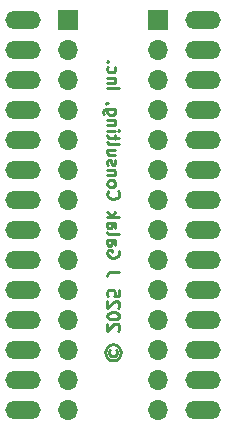
<source format=gbl>
G04 #@! TF.GenerationSoftware,KiCad,Pcbnew,8.0.8*
G04 #@! TF.CreationDate,2025-06-20T13:46:13-04:00*
G04 #@! TF.ProjectId,ZiffAdapter,5a696666-4164-4617-9074-65722e6b6963,rev?*
G04 #@! TF.SameCoordinates,Original*
G04 #@! TF.FileFunction,Copper,L2,Bot*
G04 #@! TF.FilePolarity,Positive*
%FSLAX46Y46*%
G04 Gerber Fmt 4.6, Leading zero omitted, Abs format (unit mm)*
G04 Created by KiCad (PCBNEW 8.0.8) date 2025-06-20 13:46:13*
%MOMM*%
%LPD*%
G01*
G04 APERTURE LIST*
%ADD10C,0.254000*%
G04 #@! TA.AperFunction,NonConductor*
%ADD11C,0.254000*%
G04 #@! TD*
G04 #@! TA.AperFunction,ComponentPad*
%ADD12O,3.000000X1.500000*%
G04 #@! TD*
G04 #@! TA.AperFunction,ComponentPad*
%ADD13R,1.700000X1.700000*%
G04 #@! TD*
G04 #@! TA.AperFunction,ComponentPad*
%ADD14O,1.700000X1.700000*%
G04 #@! TD*
G04 APERTURE END LIST*
D10*
D11*
X105686642Y-27978514D02*
X105735023Y-28075275D01*
X105735023Y-28075275D02*
X105735023Y-28268799D01*
X105735023Y-28268799D02*
X105686642Y-28365561D01*
X105686642Y-28365561D02*
X105589880Y-28462323D01*
X105589880Y-28462323D02*
X105493118Y-28510704D01*
X105493118Y-28510704D02*
X105299594Y-28510704D01*
X105299594Y-28510704D02*
X105202832Y-28462323D01*
X105202832Y-28462323D02*
X105106070Y-28365561D01*
X105106070Y-28365561D02*
X105057689Y-28268799D01*
X105057689Y-28268799D02*
X105057689Y-28075275D01*
X105057689Y-28075275D02*
X105106070Y-27978514D01*
X106073689Y-28172037D02*
X106025308Y-28413942D01*
X106025308Y-28413942D02*
X105880166Y-28655847D01*
X105880166Y-28655847D02*
X105638261Y-28800990D01*
X105638261Y-28800990D02*
X105396356Y-28849371D01*
X105396356Y-28849371D02*
X105154451Y-28800990D01*
X105154451Y-28800990D02*
X104912547Y-28655847D01*
X104912547Y-28655847D02*
X104767404Y-28413942D01*
X104767404Y-28413942D02*
X104719023Y-28172037D01*
X104719023Y-28172037D02*
X104767404Y-27930133D01*
X104767404Y-27930133D02*
X104912547Y-27688228D01*
X104912547Y-27688228D02*
X105154451Y-27543085D01*
X105154451Y-27543085D02*
X105396356Y-27494704D01*
X105396356Y-27494704D02*
X105638261Y-27543085D01*
X105638261Y-27543085D02*
X105880166Y-27688228D01*
X105880166Y-27688228D02*
X106025308Y-27930133D01*
X106025308Y-27930133D02*
X106073689Y-28172037D01*
X105831785Y-26333562D02*
X105880166Y-26285181D01*
X105880166Y-26285181D02*
X105928547Y-26188419D01*
X105928547Y-26188419D02*
X105928547Y-25946514D01*
X105928547Y-25946514D02*
X105880166Y-25849752D01*
X105880166Y-25849752D02*
X105831785Y-25801371D01*
X105831785Y-25801371D02*
X105735023Y-25752990D01*
X105735023Y-25752990D02*
X105638261Y-25752990D01*
X105638261Y-25752990D02*
X105493118Y-25801371D01*
X105493118Y-25801371D02*
X104912547Y-26381943D01*
X104912547Y-26381943D02*
X104912547Y-25752990D01*
X105928547Y-25124038D02*
X105928547Y-25027276D01*
X105928547Y-25027276D02*
X105880166Y-24930514D01*
X105880166Y-24930514D02*
X105831785Y-24882133D01*
X105831785Y-24882133D02*
X105735023Y-24833752D01*
X105735023Y-24833752D02*
X105541499Y-24785371D01*
X105541499Y-24785371D02*
X105299594Y-24785371D01*
X105299594Y-24785371D02*
X105106070Y-24833752D01*
X105106070Y-24833752D02*
X105009308Y-24882133D01*
X105009308Y-24882133D02*
X104960928Y-24930514D01*
X104960928Y-24930514D02*
X104912547Y-25027276D01*
X104912547Y-25027276D02*
X104912547Y-25124038D01*
X104912547Y-25124038D02*
X104960928Y-25220800D01*
X104960928Y-25220800D02*
X105009308Y-25269181D01*
X105009308Y-25269181D02*
X105106070Y-25317562D01*
X105106070Y-25317562D02*
X105299594Y-25365943D01*
X105299594Y-25365943D02*
X105541499Y-25365943D01*
X105541499Y-25365943D02*
X105735023Y-25317562D01*
X105735023Y-25317562D02*
X105831785Y-25269181D01*
X105831785Y-25269181D02*
X105880166Y-25220800D01*
X105880166Y-25220800D02*
X105928547Y-25124038D01*
X105831785Y-24398324D02*
X105880166Y-24349943D01*
X105880166Y-24349943D02*
X105928547Y-24253181D01*
X105928547Y-24253181D02*
X105928547Y-24011276D01*
X105928547Y-24011276D02*
X105880166Y-23914514D01*
X105880166Y-23914514D02*
X105831785Y-23866133D01*
X105831785Y-23866133D02*
X105735023Y-23817752D01*
X105735023Y-23817752D02*
X105638261Y-23817752D01*
X105638261Y-23817752D02*
X105493118Y-23866133D01*
X105493118Y-23866133D02*
X104912547Y-24446705D01*
X104912547Y-24446705D02*
X104912547Y-23817752D01*
X105928547Y-22898514D02*
X105928547Y-23382324D01*
X105928547Y-23382324D02*
X105444737Y-23430705D01*
X105444737Y-23430705D02*
X105493118Y-23382324D01*
X105493118Y-23382324D02*
X105541499Y-23285562D01*
X105541499Y-23285562D02*
X105541499Y-23043657D01*
X105541499Y-23043657D02*
X105493118Y-22946895D01*
X105493118Y-22946895D02*
X105444737Y-22898514D01*
X105444737Y-22898514D02*
X105347975Y-22850133D01*
X105347975Y-22850133D02*
X105106070Y-22850133D01*
X105106070Y-22850133D02*
X105009308Y-22898514D01*
X105009308Y-22898514D02*
X104960928Y-22946895D01*
X104960928Y-22946895D02*
X104912547Y-23043657D01*
X104912547Y-23043657D02*
X104912547Y-23285562D01*
X104912547Y-23285562D02*
X104960928Y-23382324D01*
X104960928Y-23382324D02*
X105009308Y-23430705D01*
X105928547Y-21350324D02*
X105202832Y-21350324D01*
X105202832Y-21350324D02*
X105057689Y-21398705D01*
X105057689Y-21398705D02*
X104960928Y-21495467D01*
X104960928Y-21495467D02*
X104912547Y-21640610D01*
X104912547Y-21640610D02*
X104912547Y-21737372D01*
X105880166Y-19560229D02*
X105928547Y-19656991D01*
X105928547Y-19656991D02*
X105928547Y-19802134D01*
X105928547Y-19802134D02*
X105880166Y-19947277D01*
X105880166Y-19947277D02*
X105783404Y-20044039D01*
X105783404Y-20044039D02*
X105686642Y-20092420D01*
X105686642Y-20092420D02*
X105493118Y-20140801D01*
X105493118Y-20140801D02*
X105347975Y-20140801D01*
X105347975Y-20140801D02*
X105154451Y-20092420D01*
X105154451Y-20092420D02*
X105057689Y-20044039D01*
X105057689Y-20044039D02*
X104960928Y-19947277D01*
X104960928Y-19947277D02*
X104912547Y-19802134D01*
X104912547Y-19802134D02*
X104912547Y-19705372D01*
X104912547Y-19705372D02*
X104960928Y-19560229D01*
X104960928Y-19560229D02*
X105009308Y-19511848D01*
X105009308Y-19511848D02*
X105347975Y-19511848D01*
X105347975Y-19511848D02*
X105347975Y-19705372D01*
X104912547Y-18640991D02*
X105444737Y-18640991D01*
X105444737Y-18640991D02*
X105541499Y-18689372D01*
X105541499Y-18689372D02*
X105589880Y-18786134D01*
X105589880Y-18786134D02*
X105589880Y-18979658D01*
X105589880Y-18979658D02*
X105541499Y-19076420D01*
X104960928Y-18640991D02*
X104912547Y-18737753D01*
X104912547Y-18737753D02*
X104912547Y-18979658D01*
X104912547Y-18979658D02*
X104960928Y-19076420D01*
X104960928Y-19076420D02*
X105057689Y-19124801D01*
X105057689Y-19124801D02*
X105154451Y-19124801D01*
X105154451Y-19124801D02*
X105251213Y-19076420D01*
X105251213Y-19076420D02*
X105299594Y-18979658D01*
X105299594Y-18979658D02*
X105299594Y-18737753D01*
X105299594Y-18737753D02*
X105347975Y-18640991D01*
X104912547Y-18012039D02*
X104960928Y-18108801D01*
X104960928Y-18108801D02*
X105057689Y-18157182D01*
X105057689Y-18157182D02*
X105928547Y-18157182D01*
X104912547Y-17189563D02*
X105444737Y-17189563D01*
X105444737Y-17189563D02*
X105541499Y-17237944D01*
X105541499Y-17237944D02*
X105589880Y-17334706D01*
X105589880Y-17334706D02*
X105589880Y-17528230D01*
X105589880Y-17528230D02*
X105541499Y-17624992D01*
X104960928Y-17189563D02*
X104912547Y-17286325D01*
X104912547Y-17286325D02*
X104912547Y-17528230D01*
X104912547Y-17528230D02*
X104960928Y-17624992D01*
X104960928Y-17624992D02*
X105057689Y-17673373D01*
X105057689Y-17673373D02*
X105154451Y-17673373D01*
X105154451Y-17673373D02*
X105251213Y-17624992D01*
X105251213Y-17624992D02*
X105299594Y-17528230D01*
X105299594Y-17528230D02*
X105299594Y-17286325D01*
X105299594Y-17286325D02*
X105347975Y-17189563D01*
X104912547Y-16705754D02*
X105928547Y-16705754D01*
X105299594Y-16608992D02*
X104912547Y-16318706D01*
X105589880Y-16318706D02*
X105202832Y-16705754D01*
X105009308Y-14528611D02*
X104960928Y-14576992D01*
X104960928Y-14576992D02*
X104912547Y-14722135D01*
X104912547Y-14722135D02*
X104912547Y-14818897D01*
X104912547Y-14818897D02*
X104960928Y-14964040D01*
X104960928Y-14964040D02*
X105057689Y-15060802D01*
X105057689Y-15060802D02*
X105154451Y-15109183D01*
X105154451Y-15109183D02*
X105347975Y-15157564D01*
X105347975Y-15157564D02*
X105493118Y-15157564D01*
X105493118Y-15157564D02*
X105686642Y-15109183D01*
X105686642Y-15109183D02*
X105783404Y-15060802D01*
X105783404Y-15060802D02*
X105880166Y-14964040D01*
X105880166Y-14964040D02*
X105928547Y-14818897D01*
X105928547Y-14818897D02*
X105928547Y-14722135D01*
X105928547Y-14722135D02*
X105880166Y-14576992D01*
X105880166Y-14576992D02*
X105831785Y-14528611D01*
X104912547Y-13948040D02*
X104960928Y-14044802D01*
X104960928Y-14044802D02*
X105009308Y-14093183D01*
X105009308Y-14093183D02*
X105106070Y-14141564D01*
X105106070Y-14141564D02*
X105396356Y-14141564D01*
X105396356Y-14141564D02*
X105493118Y-14093183D01*
X105493118Y-14093183D02*
X105541499Y-14044802D01*
X105541499Y-14044802D02*
X105589880Y-13948040D01*
X105589880Y-13948040D02*
X105589880Y-13802897D01*
X105589880Y-13802897D02*
X105541499Y-13706135D01*
X105541499Y-13706135D02*
X105493118Y-13657754D01*
X105493118Y-13657754D02*
X105396356Y-13609373D01*
X105396356Y-13609373D02*
X105106070Y-13609373D01*
X105106070Y-13609373D02*
X105009308Y-13657754D01*
X105009308Y-13657754D02*
X104960928Y-13706135D01*
X104960928Y-13706135D02*
X104912547Y-13802897D01*
X104912547Y-13802897D02*
X104912547Y-13948040D01*
X105589880Y-13173945D02*
X104912547Y-13173945D01*
X105493118Y-13173945D02*
X105541499Y-13125564D01*
X105541499Y-13125564D02*
X105589880Y-13028802D01*
X105589880Y-13028802D02*
X105589880Y-12883659D01*
X105589880Y-12883659D02*
X105541499Y-12786897D01*
X105541499Y-12786897D02*
X105444737Y-12738516D01*
X105444737Y-12738516D02*
X104912547Y-12738516D01*
X104960928Y-12303088D02*
X104912547Y-12206326D01*
X104912547Y-12206326D02*
X104912547Y-12012802D01*
X104912547Y-12012802D02*
X104960928Y-11916040D01*
X104960928Y-11916040D02*
X105057689Y-11867659D01*
X105057689Y-11867659D02*
X105106070Y-11867659D01*
X105106070Y-11867659D02*
X105202832Y-11916040D01*
X105202832Y-11916040D02*
X105251213Y-12012802D01*
X105251213Y-12012802D02*
X105251213Y-12157945D01*
X105251213Y-12157945D02*
X105299594Y-12254707D01*
X105299594Y-12254707D02*
X105396356Y-12303088D01*
X105396356Y-12303088D02*
X105444737Y-12303088D01*
X105444737Y-12303088D02*
X105541499Y-12254707D01*
X105541499Y-12254707D02*
X105589880Y-12157945D01*
X105589880Y-12157945D02*
X105589880Y-12012802D01*
X105589880Y-12012802D02*
X105541499Y-11916040D01*
X105589880Y-10996802D02*
X104912547Y-10996802D01*
X105589880Y-11432231D02*
X105057689Y-11432231D01*
X105057689Y-11432231D02*
X104960928Y-11383850D01*
X104960928Y-11383850D02*
X104912547Y-11287088D01*
X104912547Y-11287088D02*
X104912547Y-11141945D01*
X104912547Y-11141945D02*
X104960928Y-11045183D01*
X104960928Y-11045183D02*
X105009308Y-10996802D01*
X104912547Y-10367850D02*
X104960928Y-10464612D01*
X104960928Y-10464612D02*
X105057689Y-10512993D01*
X105057689Y-10512993D02*
X105928547Y-10512993D01*
X105589880Y-10125946D02*
X105589880Y-9738898D01*
X105928547Y-9980803D02*
X105057689Y-9980803D01*
X105057689Y-9980803D02*
X104960928Y-9932422D01*
X104960928Y-9932422D02*
X104912547Y-9835660D01*
X104912547Y-9835660D02*
X104912547Y-9738898D01*
X104912547Y-9400232D02*
X105589880Y-9400232D01*
X105928547Y-9400232D02*
X105880166Y-9448613D01*
X105880166Y-9448613D02*
X105831785Y-9400232D01*
X105831785Y-9400232D02*
X105880166Y-9351851D01*
X105880166Y-9351851D02*
X105928547Y-9400232D01*
X105928547Y-9400232D02*
X105831785Y-9400232D01*
X105589880Y-8916422D02*
X104912547Y-8916422D01*
X105493118Y-8916422D02*
X105541499Y-8868041D01*
X105541499Y-8868041D02*
X105589880Y-8771279D01*
X105589880Y-8771279D02*
X105589880Y-8626136D01*
X105589880Y-8626136D02*
X105541499Y-8529374D01*
X105541499Y-8529374D02*
X105444737Y-8480993D01*
X105444737Y-8480993D02*
X104912547Y-8480993D01*
X105589880Y-7561755D02*
X104767404Y-7561755D01*
X104767404Y-7561755D02*
X104670642Y-7610136D01*
X104670642Y-7610136D02*
X104622261Y-7658517D01*
X104622261Y-7658517D02*
X104573880Y-7755279D01*
X104573880Y-7755279D02*
X104573880Y-7900422D01*
X104573880Y-7900422D02*
X104622261Y-7997184D01*
X104960928Y-7561755D02*
X104912547Y-7658517D01*
X104912547Y-7658517D02*
X104912547Y-7852041D01*
X104912547Y-7852041D02*
X104960928Y-7948803D01*
X104960928Y-7948803D02*
X105009308Y-7997184D01*
X105009308Y-7997184D02*
X105106070Y-8045565D01*
X105106070Y-8045565D02*
X105396356Y-8045565D01*
X105396356Y-8045565D02*
X105493118Y-7997184D01*
X105493118Y-7997184D02*
X105541499Y-7948803D01*
X105541499Y-7948803D02*
X105589880Y-7852041D01*
X105589880Y-7852041D02*
X105589880Y-7658517D01*
X105589880Y-7658517D02*
X105541499Y-7561755D01*
X104960928Y-7029565D02*
X104912547Y-7029565D01*
X104912547Y-7029565D02*
X104815785Y-7077946D01*
X104815785Y-7077946D02*
X104767404Y-7126327D01*
X104912547Y-5820041D02*
X105928547Y-5820041D01*
X105589880Y-5336231D02*
X104912547Y-5336231D01*
X105493118Y-5336231D02*
X105541499Y-5287850D01*
X105541499Y-5287850D02*
X105589880Y-5191088D01*
X105589880Y-5191088D02*
X105589880Y-5045945D01*
X105589880Y-5045945D02*
X105541499Y-4949183D01*
X105541499Y-4949183D02*
X105444737Y-4900802D01*
X105444737Y-4900802D02*
X104912547Y-4900802D01*
X104960928Y-3981564D02*
X104912547Y-4078326D01*
X104912547Y-4078326D02*
X104912547Y-4271850D01*
X104912547Y-4271850D02*
X104960928Y-4368612D01*
X104960928Y-4368612D02*
X105009308Y-4416993D01*
X105009308Y-4416993D02*
X105106070Y-4465374D01*
X105106070Y-4465374D02*
X105396356Y-4465374D01*
X105396356Y-4465374D02*
X105493118Y-4416993D01*
X105493118Y-4416993D02*
X105541499Y-4368612D01*
X105541499Y-4368612D02*
X105589880Y-4271850D01*
X105589880Y-4271850D02*
X105589880Y-4078326D01*
X105589880Y-4078326D02*
X105541499Y-3981564D01*
X105009308Y-3546136D02*
X104960928Y-3497755D01*
X104960928Y-3497755D02*
X104912547Y-3546136D01*
X104912547Y-3546136D02*
X104960928Y-3594517D01*
X104960928Y-3594517D02*
X105009308Y-3546136D01*
X105009308Y-3546136D02*
X104912547Y-3546136D01*
D12*
X97790000Y0D03*
X97790000Y-2540000D03*
X97790000Y-5080000D03*
X97790000Y-7620000D03*
X97790000Y-10160000D03*
X97790000Y-12700000D03*
X97790000Y-15240000D03*
X97790000Y-17780000D03*
X97790000Y-20320000D03*
X97790000Y-22860000D03*
X97790000Y-25400000D03*
X97790000Y-27940000D03*
X97790000Y-30480000D03*
X97790000Y-33020000D03*
X113030000Y-33020000D03*
X113030000Y-30480000D03*
X113030000Y-27940000D03*
X113030000Y-25400000D03*
X113030000Y-22860000D03*
X113030000Y-20320000D03*
X113030000Y-17780000D03*
X113030000Y-15240000D03*
X113030000Y-12700000D03*
X113030000Y-10160000D03*
X113030000Y-7620000D03*
X113030000Y-5080000D03*
X113030000Y-2540000D03*
X113030000Y0D03*
D13*
X101600000Y0D03*
D14*
X101600000Y-2540000D03*
X101600000Y-5080000D03*
X101600000Y-7620000D03*
X101600000Y-10160000D03*
X101600000Y-12700000D03*
X101600000Y-15240000D03*
X101600000Y-17780000D03*
X101600000Y-20320000D03*
X101600000Y-22860000D03*
X101600000Y-25400000D03*
X101600000Y-27940000D03*
X101600000Y-30480000D03*
X101600000Y-33020000D03*
D13*
X109220000Y0D03*
D14*
X109220000Y-2540000D03*
X109220000Y-5080000D03*
X109220000Y-7620000D03*
X109220000Y-10160000D03*
X109220000Y-12700000D03*
X109220000Y-15240000D03*
X109220000Y-17780000D03*
X109220000Y-20320000D03*
X109220000Y-22860000D03*
X109220000Y-25400000D03*
X109220000Y-27940000D03*
X109220000Y-30480000D03*
X109220000Y-33020000D03*
M02*

</source>
